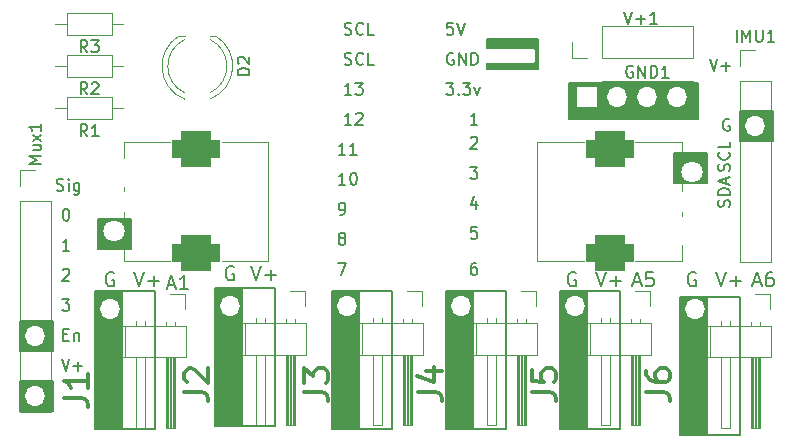
<source format=gto>
G04 #@! TF.GenerationSoftware,KiCad,Pcbnew,7.0.5-0*
G04 #@! TF.CreationDate,2024-06-20T00:37:07-04:00*
G04 #@! TF.ProjectId,ESP32_MIDI,45535033-325f-44d4-9944-492e6b696361,rev?*
G04 #@! TF.SameCoordinates,Original*
G04 #@! TF.FileFunction,Legend,Top*
G04 #@! TF.FilePolarity,Positive*
%FSLAX46Y46*%
G04 Gerber Fmt 4.6, Leading zero omitted, Abs format (unit mm)*
G04 Created by KiCad (PCBNEW 7.0.5-0) date 2024-06-20 00:37:07*
%MOMM*%
%LPD*%
G01*
G04 APERTURE LIST*
G04 Aperture macros list*
%AMRoundRect*
0 Rectangle with rounded corners*
0 $1 Rounding radius*
0 $2 $3 $4 $5 $6 $7 $8 $9 X,Y pos of 4 corners*
0 Add a 4 corners polygon primitive as box body*
4,1,4,$2,$3,$4,$5,$6,$7,$8,$9,$2,$3,0*
0 Add four circle primitives for the rounded corners*
1,1,$1+$1,$2,$3*
1,1,$1+$1,$4,$5*
1,1,$1+$1,$6,$7*
1,1,$1+$1,$8,$9*
0 Add four rect primitives between the rounded corners*
20,1,$1+$1,$2,$3,$4,$5,0*
20,1,$1+$1,$4,$5,$6,$7,0*
20,1,$1+$1,$6,$7,$8,$9,0*
20,1,$1+$1,$8,$9,$2,$3,0*%
%AMFreePoly0*
4,1,25,0.515063,3.095106,0.530902,3.095106,0.543715,3.085796,0.558779,3.080902,0.568088,3.068088,0.580902,3.058779,0.585796,3.043715,0.595106,3.030902,0.595106,3.015062,0.600000,3.000000,0.600000,-1.000000,-0.600000,-1.000000,-0.600000,3.000000,-0.595106,3.015062,-0.595106,3.030902,-0.585796,3.043715,-0.580902,3.058779,-0.568088,3.068088,-0.558779,3.080902,-0.543715,3.085796,
-0.530902,3.095106,-0.515063,3.095106,-0.500000,3.100000,0.500000,3.100000,0.515063,3.095106,0.515063,3.095106,$1*%
G04 Aperture macros list end*
%ADD10C,0.150000*%
%ADD11C,0.200000*%
%ADD12C,0.300000*%
%ADD13C,0.120000*%
%ADD14C,3.200000*%
%ADD15R,1.700000X1.700000*%
%ADD16O,1.700000X1.700000*%
%ADD17C,1.400000*%
%ADD18O,1.400000X1.400000*%
%ADD19R,1.800000X1.800000*%
%ADD20C,1.800000*%
%ADD21FreePoly0,270.000000*%
%ADD22FreePoly0,90.000000*%
%ADD23RoundRect,0.750000X1.250000X0.750000X-1.250000X0.750000X-1.250000X-0.750000X1.250000X-0.750000X0*%
%ADD24RoundRect,0.750000X-1.250000X-0.750000X1.250000X-0.750000X1.250000X0.750000X-1.250000X0.750000X0*%
G04 APERTURE END LIST*
D10*
X156721350Y-51701819D02*
X156530874Y-51701819D01*
X156530874Y-51701819D02*
X156435636Y-51749438D01*
X156435636Y-51749438D02*
X156388017Y-51797057D01*
X156388017Y-51797057D02*
X156292779Y-51939914D01*
X156292779Y-51939914D02*
X156245160Y-52130390D01*
X156245160Y-52130390D02*
X156245160Y-52511342D01*
X156245160Y-52511342D02*
X156292779Y-52606580D01*
X156292779Y-52606580D02*
X156340398Y-52654200D01*
X156340398Y-52654200D02*
X156435636Y-52701819D01*
X156435636Y-52701819D02*
X156626112Y-52701819D01*
X156626112Y-52701819D02*
X156721350Y-52654200D01*
X156721350Y-52654200D02*
X156768969Y-52606580D01*
X156768969Y-52606580D02*
X156816588Y-52511342D01*
X156816588Y-52511342D02*
X156816588Y-52273247D01*
X156816588Y-52273247D02*
X156768969Y-52178009D01*
X156768969Y-52178009D02*
X156721350Y-52130390D01*
X156721350Y-52130390D02*
X156626112Y-52082771D01*
X156626112Y-52082771D02*
X156435636Y-52082771D01*
X156435636Y-52082771D02*
X156340398Y-52130390D01*
X156340398Y-52130390D02*
X156292779Y-52178009D01*
X156292779Y-52178009D02*
X156245160Y-52273247D01*
X145021541Y-51701819D02*
X145688207Y-51701819D01*
X145688207Y-51701819D02*
X145259636Y-52701819D01*
X156721350Y-46447152D02*
X156721350Y-47113819D01*
X156483255Y-46066200D02*
X156245160Y-46780485D01*
X156245160Y-46780485D02*
X156864207Y-46780485D01*
X156245160Y-41129057D02*
X156292779Y-41081438D01*
X156292779Y-41081438D02*
X156388017Y-41033819D01*
X156388017Y-41033819D02*
X156626112Y-41033819D01*
X156626112Y-41033819D02*
X156721350Y-41081438D01*
X156721350Y-41081438D02*
X156768969Y-41129057D01*
X156768969Y-41129057D02*
X156816588Y-41224295D01*
X156816588Y-41224295D02*
X156816588Y-41319533D01*
X156816588Y-41319533D02*
X156768969Y-41462390D01*
X156768969Y-41462390D02*
X156197541Y-42033819D01*
X156197541Y-42033819D02*
X156816588Y-42033819D01*
X156768969Y-48653819D02*
X156292779Y-48653819D01*
X156292779Y-48653819D02*
X156245160Y-49130009D01*
X156245160Y-49130009D02*
X156292779Y-49082390D01*
X156292779Y-49082390D02*
X156388017Y-49034771D01*
X156388017Y-49034771D02*
X156626112Y-49034771D01*
X156626112Y-49034771D02*
X156721350Y-49082390D01*
X156721350Y-49082390D02*
X156768969Y-49130009D01*
X156768969Y-49130009D02*
X156816588Y-49225247D01*
X156816588Y-49225247D02*
X156816588Y-49463342D01*
X156816588Y-49463342D02*
X156768969Y-49558580D01*
X156768969Y-49558580D02*
X156721350Y-49606200D01*
X156721350Y-49606200D02*
X156626112Y-49653819D01*
X156626112Y-49653819D02*
X156388017Y-49653819D01*
X156388017Y-49653819D02*
X156292779Y-49606200D01*
X156292779Y-49606200D02*
X156245160Y-49558580D01*
X156197541Y-43573819D02*
X156816588Y-43573819D01*
X156816588Y-43573819D02*
X156483255Y-43954771D01*
X156483255Y-43954771D02*
X156626112Y-43954771D01*
X156626112Y-43954771D02*
X156721350Y-44002390D01*
X156721350Y-44002390D02*
X156768969Y-44050009D01*
X156768969Y-44050009D02*
X156816588Y-44145247D01*
X156816588Y-44145247D02*
X156816588Y-44383342D01*
X156816588Y-44383342D02*
X156768969Y-44478580D01*
X156768969Y-44478580D02*
X156721350Y-44526200D01*
X156721350Y-44526200D02*
X156626112Y-44573819D01*
X156626112Y-44573819D02*
X156340398Y-44573819D01*
X156340398Y-44573819D02*
X156245160Y-44526200D01*
X156245160Y-44526200D02*
X156197541Y-44478580D01*
X154165541Y-36461819D02*
X154784588Y-36461819D01*
X154784588Y-36461819D02*
X154451255Y-36842771D01*
X154451255Y-36842771D02*
X154594112Y-36842771D01*
X154594112Y-36842771D02*
X154689350Y-36890390D01*
X154689350Y-36890390D02*
X154736969Y-36938009D01*
X154736969Y-36938009D02*
X154784588Y-37033247D01*
X154784588Y-37033247D02*
X154784588Y-37271342D01*
X154784588Y-37271342D02*
X154736969Y-37366580D01*
X154736969Y-37366580D02*
X154689350Y-37414200D01*
X154689350Y-37414200D02*
X154594112Y-37461819D01*
X154594112Y-37461819D02*
X154308398Y-37461819D01*
X154308398Y-37461819D02*
X154213160Y-37414200D01*
X154213160Y-37414200D02*
X154165541Y-37366580D01*
X155213160Y-37366580D02*
X155260779Y-37414200D01*
X155260779Y-37414200D02*
X155213160Y-37461819D01*
X155213160Y-37461819D02*
X155165541Y-37414200D01*
X155165541Y-37414200D02*
X155213160Y-37366580D01*
X155213160Y-37366580D02*
X155213160Y-37461819D01*
X155594112Y-36461819D02*
X156213159Y-36461819D01*
X156213159Y-36461819D02*
X155879826Y-36842771D01*
X155879826Y-36842771D02*
X156022683Y-36842771D01*
X156022683Y-36842771D02*
X156117921Y-36890390D01*
X156117921Y-36890390D02*
X156165540Y-36938009D01*
X156165540Y-36938009D02*
X156213159Y-37033247D01*
X156213159Y-37033247D02*
X156213159Y-37271342D01*
X156213159Y-37271342D02*
X156165540Y-37366580D01*
X156165540Y-37366580D02*
X156117921Y-37414200D01*
X156117921Y-37414200D02*
X156022683Y-37461819D01*
X156022683Y-37461819D02*
X155736969Y-37461819D01*
X155736969Y-37461819D02*
X155641731Y-37414200D01*
X155641731Y-37414200D02*
X155594112Y-37366580D01*
X156546493Y-36795152D02*
X156784588Y-37461819D01*
X156784588Y-37461819D02*
X157022683Y-36795152D01*
X154736969Y-31381819D02*
X154260779Y-31381819D01*
X154260779Y-31381819D02*
X154213160Y-31858009D01*
X154213160Y-31858009D02*
X154260779Y-31810390D01*
X154260779Y-31810390D02*
X154356017Y-31762771D01*
X154356017Y-31762771D02*
X154594112Y-31762771D01*
X154594112Y-31762771D02*
X154689350Y-31810390D01*
X154689350Y-31810390D02*
X154736969Y-31858009D01*
X154736969Y-31858009D02*
X154784588Y-31953247D01*
X154784588Y-31953247D02*
X154784588Y-32191342D01*
X154784588Y-32191342D02*
X154736969Y-32286580D01*
X154736969Y-32286580D02*
X154689350Y-32334200D01*
X154689350Y-32334200D02*
X154594112Y-32381819D01*
X154594112Y-32381819D02*
X154356017Y-32381819D01*
X154356017Y-32381819D02*
X154260779Y-32334200D01*
X154260779Y-32334200D02*
X154213160Y-32286580D01*
X155070303Y-31381819D02*
X155403636Y-32381819D01*
X155403636Y-32381819D02*
X155736969Y-31381819D01*
X156816588Y-40001819D02*
X156245160Y-40001819D01*
X156530874Y-40001819D02*
X156530874Y-39001819D01*
X156530874Y-39001819D02*
X156435636Y-39144676D01*
X156435636Y-39144676D02*
X156340398Y-39239914D01*
X156340398Y-39239914D02*
X156245160Y-39287533D01*
X154784588Y-33969438D02*
X154689350Y-33921819D01*
X154689350Y-33921819D02*
X154546493Y-33921819D01*
X154546493Y-33921819D02*
X154403636Y-33969438D01*
X154403636Y-33969438D02*
X154308398Y-34064676D01*
X154308398Y-34064676D02*
X154260779Y-34159914D01*
X154260779Y-34159914D02*
X154213160Y-34350390D01*
X154213160Y-34350390D02*
X154213160Y-34493247D01*
X154213160Y-34493247D02*
X154260779Y-34683723D01*
X154260779Y-34683723D02*
X154308398Y-34778961D01*
X154308398Y-34778961D02*
X154403636Y-34874200D01*
X154403636Y-34874200D02*
X154546493Y-34921819D01*
X154546493Y-34921819D02*
X154641731Y-34921819D01*
X154641731Y-34921819D02*
X154784588Y-34874200D01*
X154784588Y-34874200D02*
X154832207Y-34826580D01*
X154832207Y-34826580D02*
X154832207Y-34493247D01*
X154832207Y-34493247D02*
X154641731Y-34493247D01*
X155260779Y-34921819D02*
X155260779Y-33921819D01*
X155260779Y-33921819D02*
X155832207Y-34921819D01*
X155832207Y-34921819D02*
X155832207Y-33921819D01*
X156308398Y-34921819D02*
X156308398Y-33921819D01*
X156308398Y-33921819D02*
X156546493Y-33921819D01*
X156546493Y-33921819D02*
X156689350Y-33969438D01*
X156689350Y-33969438D02*
X156784588Y-34064676D01*
X156784588Y-34064676D02*
X156832207Y-34159914D01*
X156832207Y-34159914D02*
X156879826Y-34350390D01*
X156879826Y-34350390D02*
X156879826Y-34493247D01*
X156879826Y-34493247D02*
X156832207Y-34683723D01*
X156832207Y-34683723D02*
X156784588Y-34778961D01*
X156784588Y-34778961D02*
X156689350Y-34874200D01*
X156689350Y-34874200D02*
X156546493Y-34921819D01*
X156546493Y-34921819D02*
X156308398Y-34921819D01*
X145164398Y-47621819D02*
X145354874Y-47621819D01*
X145354874Y-47621819D02*
X145450112Y-47574200D01*
X145450112Y-47574200D02*
X145497731Y-47526580D01*
X145497731Y-47526580D02*
X145592969Y-47383723D01*
X145592969Y-47383723D02*
X145640588Y-47193247D01*
X145640588Y-47193247D02*
X145640588Y-46812295D01*
X145640588Y-46812295D02*
X145592969Y-46717057D01*
X145592969Y-46717057D02*
X145545350Y-46669438D01*
X145545350Y-46669438D02*
X145450112Y-46621819D01*
X145450112Y-46621819D02*
X145259636Y-46621819D01*
X145259636Y-46621819D02*
X145164398Y-46669438D01*
X145164398Y-46669438D02*
X145116779Y-46717057D01*
X145116779Y-46717057D02*
X145069160Y-46812295D01*
X145069160Y-46812295D02*
X145069160Y-47050390D01*
X145069160Y-47050390D02*
X145116779Y-47145628D01*
X145116779Y-47145628D02*
X145164398Y-47193247D01*
X145164398Y-47193247D02*
X145259636Y-47240866D01*
X145259636Y-47240866D02*
X145450112Y-47240866D01*
X145450112Y-47240866D02*
X145545350Y-47193247D01*
X145545350Y-47193247D02*
X145592969Y-47145628D01*
X145592969Y-47145628D02*
X145640588Y-47050390D01*
X145640588Y-42541819D02*
X145069160Y-42541819D01*
X145354874Y-42541819D02*
X145354874Y-41541819D01*
X145354874Y-41541819D02*
X145259636Y-41684676D01*
X145259636Y-41684676D02*
X145164398Y-41779914D01*
X145164398Y-41779914D02*
X145069160Y-41827533D01*
X146592969Y-42541819D02*
X146021541Y-42541819D01*
X146307255Y-42541819D02*
X146307255Y-41541819D01*
X146307255Y-41541819D02*
X146212017Y-41684676D01*
X146212017Y-41684676D02*
X146116779Y-41779914D01*
X146116779Y-41779914D02*
X146021541Y-41827533D01*
X145259636Y-49590390D02*
X145164398Y-49542771D01*
X145164398Y-49542771D02*
X145116779Y-49495152D01*
X145116779Y-49495152D02*
X145069160Y-49399914D01*
X145069160Y-49399914D02*
X145069160Y-49352295D01*
X145069160Y-49352295D02*
X145116779Y-49257057D01*
X145116779Y-49257057D02*
X145164398Y-49209438D01*
X145164398Y-49209438D02*
X145259636Y-49161819D01*
X145259636Y-49161819D02*
X145450112Y-49161819D01*
X145450112Y-49161819D02*
X145545350Y-49209438D01*
X145545350Y-49209438D02*
X145592969Y-49257057D01*
X145592969Y-49257057D02*
X145640588Y-49352295D01*
X145640588Y-49352295D02*
X145640588Y-49399914D01*
X145640588Y-49399914D02*
X145592969Y-49495152D01*
X145592969Y-49495152D02*
X145545350Y-49542771D01*
X145545350Y-49542771D02*
X145450112Y-49590390D01*
X145450112Y-49590390D02*
X145259636Y-49590390D01*
X145259636Y-49590390D02*
X145164398Y-49638009D01*
X145164398Y-49638009D02*
X145116779Y-49685628D01*
X145116779Y-49685628D02*
X145069160Y-49780866D01*
X145069160Y-49780866D02*
X145069160Y-49971342D01*
X145069160Y-49971342D02*
X145116779Y-50066580D01*
X145116779Y-50066580D02*
X145164398Y-50114200D01*
X145164398Y-50114200D02*
X145259636Y-50161819D01*
X145259636Y-50161819D02*
X145450112Y-50161819D01*
X145450112Y-50161819D02*
X145545350Y-50114200D01*
X145545350Y-50114200D02*
X145592969Y-50066580D01*
X145592969Y-50066580D02*
X145640588Y-49971342D01*
X145640588Y-49971342D02*
X145640588Y-49780866D01*
X145640588Y-49780866D02*
X145592969Y-49685628D01*
X145592969Y-49685628D02*
X145545350Y-49638009D01*
X145545350Y-49638009D02*
X145450112Y-49590390D01*
X145640588Y-45081819D02*
X145069160Y-45081819D01*
X145354874Y-45081819D02*
X145354874Y-44081819D01*
X145354874Y-44081819D02*
X145259636Y-44224676D01*
X145259636Y-44224676D02*
X145164398Y-44319914D01*
X145164398Y-44319914D02*
X145069160Y-44367533D01*
X146259636Y-44081819D02*
X146354874Y-44081819D01*
X146354874Y-44081819D02*
X146450112Y-44129438D01*
X146450112Y-44129438D02*
X146497731Y-44177057D01*
X146497731Y-44177057D02*
X146545350Y-44272295D01*
X146545350Y-44272295D02*
X146592969Y-44462771D01*
X146592969Y-44462771D02*
X146592969Y-44700866D01*
X146592969Y-44700866D02*
X146545350Y-44891342D01*
X146545350Y-44891342D02*
X146497731Y-44986580D01*
X146497731Y-44986580D02*
X146450112Y-45034200D01*
X146450112Y-45034200D02*
X146354874Y-45081819D01*
X146354874Y-45081819D02*
X146259636Y-45081819D01*
X146259636Y-45081819D02*
X146164398Y-45034200D01*
X146164398Y-45034200D02*
X146116779Y-44986580D01*
X146116779Y-44986580D02*
X146069160Y-44891342D01*
X146069160Y-44891342D02*
X146021541Y-44700866D01*
X146021541Y-44700866D02*
X146021541Y-44462771D01*
X146021541Y-44462771D02*
X146069160Y-44272295D01*
X146069160Y-44272295D02*
X146116779Y-44177057D01*
X146116779Y-44177057D02*
X146164398Y-44129438D01*
X146164398Y-44129438D02*
X146259636Y-44081819D01*
X146148588Y-40001819D02*
X145577160Y-40001819D01*
X145862874Y-40001819D02*
X145862874Y-39001819D01*
X145862874Y-39001819D02*
X145767636Y-39144676D01*
X145767636Y-39144676D02*
X145672398Y-39239914D01*
X145672398Y-39239914D02*
X145577160Y-39287533D01*
X146529541Y-39097057D02*
X146577160Y-39049438D01*
X146577160Y-39049438D02*
X146672398Y-39001819D01*
X146672398Y-39001819D02*
X146910493Y-39001819D01*
X146910493Y-39001819D02*
X147005731Y-39049438D01*
X147005731Y-39049438D02*
X147053350Y-39097057D01*
X147053350Y-39097057D02*
X147100969Y-39192295D01*
X147100969Y-39192295D02*
X147100969Y-39287533D01*
X147100969Y-39287533D02*
X147053350Y-39430390D01*
X147053350Y-39430390D02*
X146481922Y-40001819D01*
X146481922Y-40001819D02*
X147100969Y-40001819D01*
X146148588Y-37461819D02*
X145577160Y-37461819D01*
X145862874Y-37461819D02*
X145862874Y-36461819D01*
X145862874Y-36461819D02*
X145767636Y-36604676D01*
X145767636Y-36604676D02*
X145672398Y-36699914D01*
X145672398Y-36699914D02*
X145577160Y-36747533D01*
X146481922Y-36461819D02*
X147100969Y-36461819D01*
X147100969Y-36461819D02*
X146767636Y-36842771D01*
X146767636Y-36842771D02*
X146910493Y-36842771D01*
X146910493Y-36842771D02*
X147005731Y-36890390D01*
X147005731Y-36890390D02*
X147053350Y-36938009D01*
X147053350Y-36938009D02*
X147100969Y-37033247D01*
X147100969Y-37033247D02*
X147100969Y-37271342D01*
X147100969Y-37271342D02*
X147053350Y-37366580D01*
X147053350Y-37366580D02*
X147005731Y-37414200D01*
X147005731Y-37414200D02*
X146910493Y-37461819D01*
X146910493Y-37461819D02*
X146624779Y-37461819D01*
X146624779Y-37461819D02*
X146529541Y-37414200D01*
X146529541Y-37414200D02*
X146481922Y-37366580D01*
X145577160Y-34874200D02*
X145720017Y-34921819D01*
X145720017Y-34921819D02*
X145958112Y-34921819D01*
X145958112Y-34921819D02*
X146053350Y-34874200D01*
X146053350Y-34874200D02*
X146100969Y-34826580D01*
X146100969Y-34826580D02*
X146148588Y-34731342D01*
X146148588Y-34731342D02*
X146148588Y-34636104D01*
X146148588Y-34636104D02*
X146100969Y-34540866D01*
X146100969Y-34540866D02*
X146053350Y-34493247D01*
X146053350Y-34493247D02*
X145958112Y-34445628D01*
X145958112Y-34445628D02*
X145767636Y-34398009D01*
X145767636Y-34398009D02*
X145672398Y-34350390D01*
X145672398Y-34350390D02*
X145624779Y-34302771D01*
X145624779Y-34302771D02*
X145577160Y-34207533D01*
X145577160Y-34207533D02*
X145577160Y-34112295D01*
X145577160Y-34112295D02*
X145624779Y-34017057D01*
X145624779Y-34017057D02*
X145672398Y-33969438D01*
X145672398Y-33969438D02*
X145767636Y-33921819D01*
X145767636Y-33921819D02*
X146005731Y-33921819D01*
X146005731Y-33921819D02*
X146148588Y-33969438D01*
X147148588Y-34826580D02*
X147100969Y-34874200D01*
X147100969Y-34874200D02*
X146958112Y-34921819D01*
X146958112Y-34921819D02*
X146862874Y-34921819D01*
X146862874Y-34921819D02*
X146720017Y-34874200D01*
X146720017Y-34874200D02*
X146624779Y-34778961D01*
X146624779Y-34778961D02*
X146577160Y-34683723D01*
X146577160Y-34683723D02*
X146529541Y-34493247D01*
X146529541Y-34493247D02*
X146529541Y-34350390D01*
X146529541Y-34350390D02*
X146577160Y-34159914D01*
X146577160Y-34159914D02*
X146624779Y-34064676D01*
X146624779Y-34064676D02*
X146720017Y-33969438D01*
X146720017Y-33969438D02*
X146862874Y-33921819D01*
X146862874Y-33921819D02*
X146958112Y-33921819D01*
X146958112Y-33921819D02*
X147100969Y-33969438D01*
X147100969Y-33969438D02*
X147148588Y-34017057D01*
X148053350Y-34921819D02*
X147577160Y-34921819D01*
X147577160Y-34921819D02*
X147577160Y-33921819D01*
X145577160Y-32334200D02*
X145720017Y-32381819D01*
X145720017Y-32381819D02*
X145958112Y-32381819D01*
X145958112Y-32381819D02*
X146053350Y-32334200D01*
X146053350Y-32334200D02*
X146100969Y-32286580D01*
X146100969Y-32286580D02*
X146148588Y-32191342D01*
X146148588Y-32191342D02*
X146148588Y-32096104D01*
X146148588Y-32096104D02*
X146100969Y-32000866D01*
X146100969Y-32000866D02*
X146053350Y-31953247D01*
X146053350Y-31953247D02*
X145958112Y-31905628D01*
X145958112Y-31905628D02*
X145767636Y-31858009D01*
X145767636Y-31858009D02*
X145672398Y-31810390D01*
X145672398Y-31810390D02*
X145624779Y-31762771D01*
X145624779Y-31762771D02*
X145577160Y-31667533D01*
X145577160Y-31667533D02*
X145577160Y-31572295D01*
X145577160Y-31572295D02*
X145624779Y-31477057D01*
X145624779Y-31477057D02*
X145672398Y-31429438D01*
X145672398Y-31429438D02*
X145767636Y-31381819D01*
X145767636Y-31381819D02*
X146005731Y-31381819D01*
X146005731Y-31381819D02*
X146148588Y-31429438D01*
X147148588Y-32286580D02*
X147100969Y-32334200D01*
X147100969Y-32334200D02*
X146958112Y-32381819D01*
X146958112Y-32381819D02*
X146862874Y-32381819D01*
X146862874Y-32381819D02*
X146720017Y-32334200D01*
X146720017Y-32334200D02*
X146624779Y-32238961D01*
X146624779Y-32238961D02*
X146577160Y-32143723D01*
X146577160Y-32143723D02*
X146529541Y-31953247D01*
X146529541Y-31953247D02*
X146529541Y-31810390D01*
X146529541Y-31810390D02*
X146577160Y-31619914D01*
X146577160Y-31619914D02*
X146624779Y-31524676D01*
X146624779Y-31524676D02*
X146720017Y-31429438D01*
X146720017Y-31429438D02*
X146862874Y-31381819D01*
X146862874Y-31381819D02*
X146958112Y-31381819D01*
X146958112Y-31381819D02*
X147100969Y-31429438D01*
X147100969Y-31429438D02*
X147148588Y-31477057D01*
X148053350Y-32381819D02*
X147577160Y-32381819D01*
X147577160Y-32381819D02*
X147577160Y-31381819D01*
D11*
X164592000Y-36460000D02*
X175514000Y-36460000D01*
X175514000Y-39508000D01*
X164592000Y-39508000D01*
X164592000Y-36460000D01*
G36*
X164592000Y-36460000D02*
G01*
X175514000Y-36460000D01*
X175514000Y-39508000D01*
X164592000Y-39508000D01*
X164592000Y-36460000D01*
G37*
D10*
X178130200Y-46954839D02*
X178177819Y-46811982D01*
X178177819Y-46811982D02*
X178177819Y-46573887D01*
X178177819Y-46573887D02*
X178130200Y-46478649D01*
X178130200Y-46478649D02*
X178082580Y-46431030D01*
X178082580Y-46431030D02*
X177987342Y-46383411D01*
X177987342Y-46383411D02*
X177892104Y-46383411D01*
X177892104Y-46383411D02*
X177796866Y-46431030D01*
X177796866Y-46431030D02*
X177749247Y-46478649D01*
X177749247Y-46478649D02*
X177701628Y-46573887D01*
X177701628Y-46573887D02*
X177654009Y-46764363D01*
X177654009Y-46764363D02*
X177606390Y-46859601D01*
X177606390Y-46859601D02*
X177558771Y-46907220D01*
X177558771Y-46907220D02*
X177463533Y-46954839D01*
X177463533Y-46954839D02*
X177368295Y-46954839D01*
X177368295Y-46954839D02*
X177273057Y-46907220D01*
X177273057Y-46907220D02*
X177225438Y-46859601D01*
X177225438Y-46859601D02*
X177177819Y-46764363D01*
X177177819Y-46764363D02*
X177177819Y-46526268D01*
X177177819Y-46526268D02*
X177225438Y-46383411D01*
X178177819Y-45954839D02*
X177177819Y-45954839D01*
X177177819Y-45954839D02*
X177177819Y-45716744D01*
X177177819Y-45716744D02*
X177225438Y-45573887D01*
X177225438Y-45573887D02*
X177320676Y-45478649D01*
X177320676Y-45478649D02*
X177415914Y-45431030D01*
X177415914Y-45431030D02*
X177606390Y-45383411D01*
X177606390Y-45383411D02*
X177749247Y-45383411D01*
X177749247Y-45383411D02*
X177939723Y-45431030D01*
X177939723Y-45431030D02*
X178034961Y-45478649D01*
X178034961Y-45478649D02*
X178130200Y-45573887D01*
X178130200Y-45573887D02*
X178177819Y-45716744D01*
X178177819Y-45716744D02*
X178177819Y-45954839D01*
X177892104Y-45002458D02*
X177892104Y-44526268D01*
X178177819Y-45097696D02*
X177177819Y-44764363D01*
X177177819Y-44764363D02*
X178177819Y-44431030D01*
X178130200Y-43906839D02*
X178177819Y-43763982D01*
X178177819Y-43763982D02*
X178177819Y-43525887D01*
X178177819Y-43525887D02*
X178130200Y-43430649D01*
X178130200Y-43430649D02*
X178082580Y-43383030D01*
X178082580Y-43383030D02*
X177987342Y-43335411D01*
X177987342Y-43335411D02*
X177892104Y-43335411D01*
X177892104Y-43335411D02*
X177796866Y-43383030D01*
X177796866Y-43383030D02*
X177749247Y-43430649D01*
X177749247Y-43430649D02*
X177701628Y-43525887D01*
X177701628Y-43525887D02*
X177654009Y-43716363D01*
X177654009Y-43716363D02*
X177606390Y-43811601D01*
X177606390Y-43811601D02*
X177558771Y-43859220D01*
X177558771Y-43859220D02*
X177463533Y-43906839D01*
X177463533Y-43906839D02*
X177368295Y-43906839D01*
X177368295Y-43906839D02*
X177273057Y-43859220D01*
X177273057Y-43859220D02*
X177225438Y-43811601D01*
X177225438Y-43811601D02*
X177177819Y-43716363D01*
X177177819Y-43716363D02*
X177177819Y-43478268D01*
X177177819Y-43478268D02*
X177225438Y-43335411D01*
X178082580Y-42335411D02*
X178130200Y-42383030D01*
X178130200Y-42383030D02*
X178177819Y-42525887D01*
X178177819Y-42525887D02*
X178177819Y-42621125D01*
X178177819Y-42621125D02*
X178130200Y-42763982D01*
X178130200Y-42763982D02*
X178034961Y-42859220D01*
X178034961Y-42859220D02*
X177939723Y-42906839D01*
X177939723Y-42906839D02*
X177749247Y-42954458D01*
X177749247Y-42954458D02*
X177606390Y-42954458D01*
X177606390Y-42954458D02*
X177415914Y-42906839D01*
X177415914Y-42906839D02*
X177320676Y-42859220D01*
X177320676Y-42859220D02*
X177225438Y-42763982D01*
X177225438Y-42763982D02*
X177177819Y-42621125D01*
X177177819Y-42621125D02*
X177177819Y-42525887D01*
X177177819Y-42525887D02*
X177225438Y-42383030D01*
X177225438Y-42383030D02*
X177273057Y-42335411D01*
X178177819Y-41430649D02*
X178177819Y-41906839D01*
X178177819Y-41906839D02*
X177177819Y-41906839D01*
X178152588Y-39557438D02*
X178057350Y-39509819D01*
X178057350Y-39509819D02*
X177914493Y-39509819D01*
X177914493Y-39509819D02*
X177771636Y-39557438D01*
X177771636Y-39557438D02*
X177676398Y-39652676D01*
X177676398Y-39652676D02*
X177628779Y-39747914D01*
X177628779Y-39747914D02*
X177581160Y-39938390D01*
X177581160Y-39938390D02*
X177581160Y-40081247D01*
X177581160Y-40081247D02*
X177628779Y-40271723D01*
X177628779Y-40271723D02*
X177676398Y-40366961D01*
X177676398Y-40366961D02*
X177771636Y-40462200D01*
X177771636Y-40462200D02*
X177914493Y-40509819D01*
X177914493Y-40509819D02*
X178009731Y-40509819D01*
X178009731Y-40509819D02*
X178152588Y-40462200D01*
X178152588Y-40462200D02*
X178200207Y-40414580D01*
X178200207Y-40414580D02*
X178200207Y-40081247D01*
X178200207Y-40081247D02*
X178009731Y-40081247D01*
X176469922Y-34429819D02*
X176803255Y-35429819D01*
X176803255Y-35429819D02*
X177136588Y-34429819D01*
X177469922Y-35048866D02*
X178231827Y-35048866D01*
X177850874Y-35429819D02*
X177850874Y-34667914D01*
X121605922Y-59829819D02*
X121939255Y-60829819D01*
X121939255Y-60829819D02*
X122272588Y-59829819D01*
X122605922Y-60448866D02*
X123367827Y-60448866D01*
X122986874Y-60829819D02*
X122986874Y-60067914D01*
X121748779Y-57766009D02*
X122082112Y-57766009D01*
X122224969Y-58289819D02*
X121748779Y-58289819D01*
X121748779Y-58289819D02*
X121748779Y-57289819D01*
X121748779Y-57289819D02*
X122224969Y-57289819D01*
X122653541Y-57623152D02*
X122653541Y-58289819D01*
X122653541Y-57718390D02*
X122701160Y-57670771D01*
X122701160Y-57670771D02*
X122796398Y-57623152D01*
X122796398Y-57623152D02*
X122939255Y-57623152D01*
X122939255Y-57623152D02*
X123034493Y-57670771D01*
X123034493Y-57670771D02*
X123082112Y-57766009D01*
X123082112Y-57766009D02*
X123082112Y-58289819D01*
X121653541Y-54749819D02*
X122272588Y-54749819D01*
X122272588Y-54749819D02*
X121939255Y-55130771D01*
X121939255Y-55130771D02*
X122082112Y-55130771D01*
X122082112Y-55130771D02*
X122177350Y-55178390D01*
X122177350Y-55178390D02*
X122224969Y-55226009D01*
X122224969Y-55226009D02*
X122272588Y-55321247D01*
X122272588Y-55321247D02*
X122272588Y-55559342D01*
X122272588Y-55559342D02*
X122224969Y-55654580D01*
X122224969Y-55654580D02*
X122177350Y-55702200D01*
X122177350Y-55702200D02*
X122082112Y-55749819D01*
X122082112Y-55749819D02*
X121796398Y-55749819D01*
X121796398Y-55749819D02*
X121701160Y-55702200D01*
X121701160Y-55702200D02*
X121653541Y-55654580D01*
X121701160Y-52305057D02*
X121748779Y-52257438D01*
X121748779Y-52257438D02*
X121844017Y-52209819D01*
X121844017Y-52209819D02*
X122082112Y-52209819D01*
X122082112Y-52209819D02*
X122177350Y-52257438D01*
X122177350Y-52257438D02*
X122224969Y-52305057D01*
X122224969Y-52305057D02*
X122272588Y-52400295D01*
X122272588Y-52400295D02*
X122272588Y-52495533D01*
X122272588Y-52495533D02*
X122224969Y-52638390D01*
X122224969Y-52638390D02*
X121653541Y-53209819D01*
X121653541Y-53209819D02*
X122272588Y-53209819D01*
X122272588Y-50669819D02*
X121701160Y-50669819D01*
X121986874Y-50669819D02*
X121986874Y-49669819D01*
X121986874Y-49669819D02*
X121891636Y-49812676D01*
X121891636Y-49812676D02*
X121796398Y-49907914D01*
X121796398Y-49907914D02*
X121701160Y-49955533D01*
X121939255Y-47129819D02*
X122034493Y-47129819D01*
X122034493Y-47129819D02*
X122129731Y-47177438D01*
X122129731Y-47177438D02*
X122177350Y-47225057D01*
X122177350Y-47225057D02*
X122224969Y-47320295D01*
X122224969Y-47320295D02*
X122272588Y-47510771D01*
X122272588Y-47510771D02*
X122272588Y-47748866D01*
X122272588Y-47748866D02*
X122224969Y-47939342D01*
X122224969Y-47939342D02*
X122177350Y-48034580D01*
X122177350Y-48034580D02*
X122129731Y-48082200D01*
X122129731Y-48082200D02*
X122034493Y-48129819D01*
X122034493Y-48129819D02*
X121939255Y-48129819D01*
X121939255Y-48129819D02*
X121844017Y-48082200D01*
X121844017Y-48082200D02*
X121796398Y-48034580D01*
X121796398Y-48034580D02*
X121748779Y-47939342D01*
X121748779Y-47939342D02*
X121701160Y-47748866D01*
X121701160Y-47748866D02*
X121701160Y-47510771D01*
X121701160Y-47510771D02*
X121748779Y-47320295D01*
X121748779Y-47320295D02*
X121796398Y-47225057D01*
X121796398Y-47225057D02*
X121844017Y-47177438D01*
X121844017Y-47177438D02*
X121939255Y-47129819D01*
X121193160Y-45542200D02*
X121336017Y-45589819D01*
X121336017Y-45589819D02*
X121574112Y-45589819D01*
X121574112Y-45589819D02*
X121669350Y-45542200D01*
X121669350Y-45542200D02*
X121716969Y-45494580D01*
X121716969Y-45494580D02*
X121764588Y-45399342D01*
X121764588Y-45399342D02*
X121764588Y-45304104D01*
X121764588Y-45304104D02*
X121716969Y-45208866D01*
X121716969Y-45208866D02*
X121669350Y-45161247D01*
X121669350Y-45161247D02*
X121574112Y-45113628D01*
X121574112Y-45113628D02*
X121383636Y-45066009D01*
X121383636Y-45066009D02*
X121288398Y-45018390D01*
X121288398Y-45018390D02*
X121240779Y-44970771D01*
X121240779Y-44970771D02*
X121193160Y-44875533D01*
X121193160Y-44875533D02*
X121193160Y-44780295D01*
X121193160Y-44780295D02*
X121240779Y-44685057D01*
X121240779Y-44685057D02*
X121288398Y-44637438D01*
X121288398Y-44637438D02*
X121383636Y-44589819D01*
X121383636Y-44589819D02*
X121621731Y-44589819D01*
X121621731Y-44589819D02*
X121764588Y-44637438D01*
X122193160Y-45589819D02*
X122193160Y-44923152D01*
X122193160Y-44589819D02*
X122145541Y-44637438D01*
X122145541Y-44637438D02*
X122193160Y-44685057D01*
X122193160Y-44685057D02*
X122240779Y-44637438D01*
X122240779Y-44637438D02*
X122193160Y-44589819D01*
X122193160Y-44589819D02*
X122193160Y-44685057D01*
X123097921Y-44923152D02*
X123097921Y-45732676D01*
X123097921Y-45732676D02*
X123050302Y-45827914D01*
X123050302Y-45827914D02*
X123002683Y-45875533D01*
X123002683Y-45875533D02*
X122907445Y-45923152D01*
X122907445Y-45923152D02*
X122764588Y-45923152D01*
X122764588Y-45923152D02*
X122669350Y-45875533D01*
X123097921Y-45542200D02*
X123002683Y-45589819D01*
X123002683Y-45589819D02*
X122812207Y-45589819D01*
X122812207Y-45589819D02*
X122716969Y-45542200D01*
X122716969Y-45542200D02*
X122669350Y-45494580D01*
X122669350Y-45494580D02*
X122621731Y-45399342D01*
X122621731Y-45399342D02*
X122621731Y-45113628D01*
X122621731Y-45113628D02*
X122669350Y-45018390D01*
X122669350Y-45018390D02*
X122716969Y-44970771D01*
X122716969Y-44970771D02*
X122812207Y-44923152D01*
X122812207Y-44923152D02*
X123002683Y-44923152D01*
X123002683Y-44923152D02*
X123097921Y-44970771D01*
D11*
X166869863Y-52490742D02*
X167269863Y-53690742D01*
X167269863Y-53690742D02*
X167669863Y-52490742D01*
X168069863Y-53233600D02*
X168984149Y-53233600D01*
X168527006Y-53690742D02*
X168527006Y-52776457D01*
X170032149Y-53347885D02*
X170603578Y-53347885D01*
X169917863Y-53690742D02*
X170317863Y-52490742D01*
X170317863Y-52490742D02*
X170717863Y-53690742D01*
X171689291Y-52490742D02*
X171117863Y-52490742D01*
X171117863Y-52490742D02*
X171060720Y-53062171D01*
X171060720Y-53062171D02*
X171117863Y-53005028D01*
X171117863Y-53005028D02*
X171232149Y-52947885D01*
X171232149Y-52947885D02*
X171517863Y-52947885D01*
X171517863Y-52947885D02*
X171632149Y-53005028D01*
X171632149Y-53005028D02*
X171689291Y-53062171D01*
X171689291Y-53062171D02*
X171746434Y-53176457D01*
X171746434Y-53176457D02*
X171746434Y-53462171D01*
X171746434Y-53462171D02*
X171689291Y-53576457D01*
X171689291Y-53576457D02*
X171632149Y-53633600D01*
X171632149Y-53633600D02*
X171517863Y-53690742D01*
X171517863Y-53690742D02*
X171232149Y-53690742D01*
X171232149Y-53690742D02*
X171117863Y-53633600D01*
X171117863Y-53633600D02*
X171060720Y-53576457D01*
X165129863Y-52547885D02*
X165015578Y-52490742D01*
X165015578Y-52490742D02*
X164844149Y-52490742D01*
X164844149Y-52490742D02*
X164672720Y-52547885D01*
X164672720Y-52547885D02*
X164558435Y-52662171D01*
X164558435Y-52662171D02*
X164501292Y-52776457D01*
X164501292Y-52776457D02*
X164444149Y-53005028D01*
X164444149Y-53005028D02*
X164444149Y-53176457D01*
X164444149Y-53176457D02*
X164501292Y-53405028D01*
X164501292Y-53405028D02*
X164558435Y-53519314D01*
X164558435Y-53519314D02*
X164672720Y-53633600D01*
X164672720Y-53633600D02*
X164844149Y-53690742D01*
X164844149Y-53690742D02*
X164958435Y-53690742D01*
X164958435Y-53690742D02*
X165129863Y-53633600D01*
X165129863Y-53633600D02*
X165187006Y-53576457D01*
X165187006Y-53576457D02*
X165187006Y-53176457D01*
X165187006Y-53176457D02*
X164958435Y-53176457D01*
X177029863Y-52490742D02*
X177429863Y-53690742D01*
X177429863Y-53690742D02*
X177829863Y-52490742D01*
X178229863Y-53233600D02*
X179144149Y-53233600D01*
X178687006Y-53690742D02*
X178687006Y-52776457D01*
X180192149Y-53347885D02*
X180763578Y-53347885D01*
X180077863Y-53690742D02*
X180477863Y-52490742D01*
X180477863Y-52490742D02*
X180877863Y-53690742D01*
X181792149Y-52490742D02*
X181563577Y-52490742D01*
X181563577Y-52490742D02*
X181449291Y-52547885D01*
X181449291Y-52547885D02*
X181392149Y-52605028D01*
X181392149Y-52605028D02*
X181277863Y-52776457D01*
X181277863Y-52776457D02*
X181220720Y-53005028D01*
X181220720Y-53005028D02*
X181220720Y-53462171D01*
X181220720Y-53462171D02*
X181277863Y-53576457D01*
X181277863Y-53576457D02*
X181335006Y-53633600D01*
X181335006Y-53633600D02*
X181449291Y-53690742D01*
X181449291Y-53690742D02*
X181677863Y-53690742D01*
X181677863Y-53690742D02*
X181792149Y-53633600D01*
X181792149Y-53633600D02*
X181849291Y-53576457D01*
X181849291Y-53576457D02*
X181906434Y-53462171D01*
X181906434Y-53462171D02*
X181906434Y-53176457D01*
X181906434Y-53176457D02*
X181849291Y-53062171D01*
X181849291Y-53062171D02*
X181792149Y-53005028D01*
X181792149Y-53005028D02*
X181677863Y-52947885D01*
X181677863Y-52947885D02*
X181449291Y-52947885D01*
X181449291Y-52947885D02*
X181335006Y-53005028D01*
X181335006Y-53005028D02*
X181277863Y-53062171D01*
X181277863Y-53062171D02*
X181220720Y-53176457D01*
X175289863Y-52547885D02*
X175175578Y-52490742D01*
X175175578Y-52490742D02*
X175004149Y-52490742D01*
X175004149Y-52490742D02*
X174832720Y-52547885D01*
X174832720Y-52547885D02*
X174718435Y-52662171D01*
X174718435Y-52662171D02*
X174661292Y-52776457D01*
X174661292Y-52776457D02*
X174604149Y-53005028D01*
X174604149Y-53005028D02*
X174604149Y-53176457D01*
X174604149Y-53176457D02*
X174661292Y-53405028D01*
X174661292Y-53405028D02*
X174718435Y-53519314D01*
X174718435Y-53519314D02*
X174832720Y-53633600D01*
X174832720Y-53633600D02*
X175004149Y-53690742D01*
X175004149Y-53690742D02*
X175118435Y-53690742D01*
X175118435Y-53690742D02*
X175289863Y-53633600D01*
X175289863Y-53633600D02*
X175347006Y-53576457D01*
X175347006Y-53576457D02*
X175347006Y-53176457D01*
X175347006Y-53176457D02*
X175118435Y-53176457D01*
X137659863Y-51982742D02*
X138059863Y-53182742D01*
X138059863Y-53182742D02*
X138459863Y-51982742D01*
X138859863Y-52725600D02*
X139774149Y-52725600D01*
X139317006Y-53182742D02*
X139317006Y-52268457D01*
X136173863Y-52039885D02*
X136059578Y-51982742D01*
X136059578Y-51982742D02*
X135888149Y-51982742D01*
X135888149Y-51982742D02*
X135716720Y-52039885D01*
X135716720Y-52039885D02*
X135602435Y-52154171D01*
X135602435Y-52154171D02*
X135545292Y-52268457D01*
X135545292Y-52268457D02*
X135488149Y-52497028D01*
X135488149Y-52497028D02*
X135488149Y-52668457D01*
X135488149Y-52668457D02*
X135545292Y-52897028D01*
X135545292Y-52897028D02*
X135602435Y-53011314D01*
X135602435Y-53011314D02*
X135716720Y-53125600D01*
X135716720Y-53125600D02*
X135888149Y-53182742D01*
X135888149Y-53182742D02*
X136002435Y-53182742D01*
X136002435Y-53182742D02*
X136173863Y-53125600D01*
X136173863Y-53125600D02*
X136231006Y-53068457D01*
X136231006Y-53068457D02*
X136231006Y-52668457D01*
X136231006Y-52668457D02*
X136002435Y-52668457D01*
X130604019Y-53584559D02*
X131175448Y-53584559D01*
X130489733Y-53927416D02*
X130889733Y-52727416D01*
X130889733Y-52727416D02*
X131289733Y-53927416D01*
X132318304Y-53927416D02*
X131632590Y-53927416D01*
X131975447Y-53927416D02*
X131975447Y-52727416D01*
X131975447Y-52727416D02*
X131861161Y-52898845D01*
X131861161Y-52898845D02*
X131746876Y-53013131D01*
X131746876Y-53013131D02*
X131632590Y-53070274D01*
X127753863Y-52490742D02*
X128153863Y-53690742D01*
X128153863Y-53690742D02*
X128553863Y-52490742D01*
X128953863Y-53233600D02*
X129868149Y-53233600D01*
X129411006Y-53690742D02*
X129411006Y-52776457D01*
X126013863Y-52547885D02*
X125899578Y-52490742D01*
X125899578Y-52490742D02*
X125728149Y-52490742D01*
X125728149Y-52490742D02*
X125556720Y-52547885D01*
X125556720Y-52547885D02*
X125442435Y-52662171D01*
X125442435Y-52662171D02*
X125385292Y-52776457D01*
X125385292Y-52776457D02*
X125328149Y-53005028D01*
X125328149Y-53005028D02*
X125328149Y-53176457D01*
X125328149Y-53176457D02*
X125385292Y-53405028D01*
X125385292Y-53405028D02*
X125442435Y-53519314D01*
X125442435Y-53519314D02*
X125556720Y-53633600D01*
X125556720Y-53633600D02*
X125728149Y-53690742D01*
X125728149Y-53690742D02*
X125842435Y-53690742D01*
X125842435Y-53690742D02*
X126013863Y-53633600D01*
X126013863Y-53633600D02*
X126071006Y-53576457D01*
X126071006Y-53576457D02*
X126071006Y-53176457D01*
X126071006Y-53176457D02*
X125842435Y-53176457D01*
X176276000Y-54610000D02*
X179070000Y-54610000D01*
X179070000Y-66294000D01*
X176276000Y-66294000D01*
X176276000Y-54610000D01*
X166116000Y-54102000D02*
X168910000Y-54102000D01*
X168910000Y-65786000D01*
X166116000Y-65786000D01*
X166116000Y-54102000D01*
X156464000Y-54102000D02*
X159258000Y-54102000D01*
X159258000Y-65786000D01*
X156464000Y-65786000D01*
X156464000Y-54102000D01*
X146812000Y-54102000D02*
X149606000Y-54102000D01*
X149606000Y-65786000D01*
X146812000Y-65786000D01*
X146812000Y-54102000D01*
X136906000Y-53848000D02*
X139700000Y-53848000D01*
X139700000Y-65532000D01*
X136906000Y-65532000D01*
X136906000Y-53848000D01*
X126746000Y-54102000D02*
X129540000Y-54102000D01*
X129540000Y-65786000D01*
X126746000Y-65786000D01*
X126746000Y-54102000D01*
X173990000Y-54610000D02*
X176276000Y-54610000D01*
X176276000Y-66294000D01*
X173990000Y-66294000D01*
X173990000Y-54610000D01*
G36*
X173990000Y-54610000D02*
G01*
X176276000Y-54610000D01*
X176276000Y-66294000D01*
X173990000Y-66294000D01*
X173990000Y-54610000D01*
G37*
X163830000Y-54102000D02*
X166116000Y-54102000D01*
X166116000Y-65786000D01*
X163830000Y-65786000D01*
X163830000Y-54102000D01*
G36*
X163830000Y-54102000D02*
G01*
X166116000Y-54102000D01*
X166116000Y-65786000D01*
X163830000Y-65786000D01*
X163830000Y-54102000D01*
G37*
X154178000Y-54102000D02*
X156464000Y-54102000D01*
X156464000Y-65786000D01*
X154178000Y-65786000D01*
X154178000Y-54102000D01*
G36*
X154178000Y-54102000D02*
G01*
X156464000Y-54102000D01*
X156464000Y-65786000D01*
X154178000Y-65786000D01*
X154178000Y-54102000D01*
G37*
X144526000Y-54102000D02*
X146812000Y-54102000D01*
X146812000Y-65786000D01*
X144526000Y-65786000D01*
X144526000Y-54102000D01*
G36*
X144526000Y-54102000D02*
G01*
X146812000Y-54102000D01*
X146812000Y-65786000D01*
X144526000Y-65786000D01*
X144526000Y-54102000D01*
G37*
X134620000Y-53848000D02*
X136906000Y-53848000D01*
X136906000Y-65532000D01*
X134620000Y-65532000D01*
X134620000Y-53848000D01*
G36*
X134620000Y-53848000D02*
G01*
X136906000Y-53848000D01*
X136906000Y-65532000D01*
X134620000Y-65532000D01*
X134620000Y-53848000D01*
G37*
X124460000Y-54102000D02*
X126746000Y-54102000D01*
X126746000Y-65786000D01*
X124460000Y-65786000D01*
X124460000Y-54102000D01*
G36*
X124460000Y-54102000D02*
G01*
X126746000Y-54102000D01*
X126746000Y-65786000D01*
X124460000Y-65786000D01*
X124460000Y-54102000D01*
G37*
X157607000Y-32766000D02*
X161925000Y-32766000D01*
X161925000Y-35306000D01*
X157607000Y-35306000D01*
X157607000Y-32766000D01*
G36*
X157607000Y-32766000D02*
G01*
X161925000Y-32766000D01*
X161925000Y-35306000D01*
X157607000Y-35306000D01*
X157607000Y-32766000D01*
G37*
X179070000Y-38862000D02*
X181864000Y-38862000D01*
X181864000Y-41402000D01*
X179070000Y-41402000D01*
X179070000Y-38862000D01*
G36*
X179070000Y-38862000D02*
G01*
X181864000Y-38862000D01*
X181864000Y-41402000D01*
X179070000Y-41402000D01*
X179070000Y-38862000D01*
G37*
X173482000Y-42418000D02*
X176276000Y-42418000D01*
X176276000Y-44958000D01*
X173482000Y-44958000D01*
X173482000Y-42418000D01*
G36*
X173482000Y-42418000D02*
G01*
X176276000Y-42418000D01*
X176276000Y-44958000D01*
X173482000Y-44958000D01*
X173482000Y-42418000D01*
G37*
X124714000Y-48006000D02*
X127508000Y-48006000D01*
X127508000Y-50546000D01*
X124714000Y-50546000D01*
X124714000Y-48006000D01*
G36*
X124714000Y-48006000D02*
G01*
X127508000Y-48006000D01*
X127508000Y-50546000D01*
X124714000Y-50546000D01*
X124714000Y-48006000D01*
G37*
X118110000Y-61722000D02*
X120904000Y-61722000D01*
X120904000Y-64262000D01*
X118110000Y-64262000D01*
X118110000Y-61722000D01*
G36*
X118110000Y-61722000D02*
G01*
X120904000Y-61722000D01*
X120904000Y-64262000D01*
X118110000Y-64262000D01*
X118110000Y-61722000D01*
G37*
X118110000Y-56642000D02*
X120904000Y-56642000D01*
X120904000Y-59182000D01*
X118110000Y-59182000D01*
X118110000Y-56642000D01*
G36*
X118110000Y-56642000D02*
G01*
X120904000Y-56642000D01*
X120904000Y-59182000D01*
X118110000Y-59182000D01*
X118110000Y-56642000D01*
G37*
D10*
X168188095Y-42754819D02*
X168188095Y-41754819D01*
X168188095Y-42231009D02*
X168759523Y-42231009D01*
X168759523Y-42754819D02*
X168759523Y-41754819D01*
X169188095Y-41850057D02*
X169235714Y-41802438D01*
X169235714Y-41802438D02*
X169330952Y-41754819D01*
X169330952Y-41754819D02*
X169569047Y-41754819D01*
X169569047Y-41754819D02*
X169664285Y-41802438D01*
X169664285Y-41802438D02*
X169711904Y-41850057D01*
X169711904Y-41850057D02*
X169759523Y-41945295D01*
X169759523Y-41945295D02*
X169759523Y-42040533D01*
X169759523Y-42040533D02*
X169711904Y-42183390D01*
X169711904Y-42183390D02*
X169140476Y-42754819D01*
X169140476Y-42754819D02*
X169759523Y-42754819D01*
X131288095Y-42754819D02*
X131288095Y-41754819D01*
X131288095Y-42231009D02*
X131859523Y-42231009D01*
X131859523Y-42754819D02*
X131859523Y-41754819D01*
X132859523Y-42754819D02*
X132288095Y-42754819D01*
X132573809Y-42754819D02*
X132573809Y-41754819D01*
X132573809Y-41754819D02*
X132478571Y-41897676D01*
X132478571Y-41897676D02*
X132383333Y-41992914D01*
X132383333Y-41992914D02*
X132288095Y-42040533D01*
X169259429Y-30442819D02*
X169592762Y-31442819D01*
X169592762Y-31442819D02*
X169926095Y-30442819D01*
X170259429Y-31061866D02*
X171021334Y-31061866D01*
X170640381Y-31442819D02*
X170640381Y-30680914D01*
X172021333Y-31442819D02*
X171449905Y-31442819D01*
X171735619Y-31442819D02*
X171735619Y-30442819D01*
X171735619Y-30442819D02*
X171640381Y-30585676D01*
X171640381Y-30585676D02*
X171545143Y-30680914D01*
X171545143Y-30680914D02*
X171449905Y-30728533D01*
X169957904Y-35062438D02*
X169862666Y-35014819D01*
X169862666Y-35014819D02*
X169719809Y-35014819D01*
X169719809Y-35014819D02*
X169576952Y-35062438D01*
X169576952Y-35062438D02*
X169481714Y-35157676D01*
X169481714Y-35157676D02*
X169434095Y-35252914D01*
X169434095Y-35252914D02*
X169386476Y-35443390D01*
X169386476Y-35443390D02*
X169386476Y-35586247D01*
X169386476Y-35586247D02*
X169434095Y-35776723D01*
X169434095Y-35776723D02*
X169481714Y-35871961D01*
X169481714Y-35871961D02*
X169576952Y-35967200D01*
X169576952Y-35967200D02*
X169719809Y-36014819D01*
X169719809Y-36014819D02*
X169815047Y-36014819D01*
X169815047Y-36014819D02*
X169957904Y-35967200D01*
X169957904Y-35967200D02*
X170005523Y-35919580D01*
X170005523Y-35919580D02*
X170005523Y-35586247D01*
X170005523Y-35586247D02*
X169815047Y-35586247D01*
X170434095Y-36014819D02*
X170434095Y-35014819D01*
X170434095Y-35014819D02*
X171005523Y-36014819D01*
X171005523Y-36014819D02*
X171005523Y-35014819D01*
X171481714Y-36014819D02*
X171481714Y-35014819D01*
X171481714Y-35014819D02*
X171719809Y-35014819D01*
X171719809Y-35014819D02*
X171862666Y-35062438D01*
X171862666Y-35062438D02*
X171957904Y-35157676D01*
X171957904Y-35157676D02*
X172005523Y-35252914D01*
X172005523Y-35252914D02*
X172053142Y-35443390D01*
X172053142Y-35443390D02*
X172053142Y-35586247D01*
X172053142Y-35586247D02*
X172005523Y-35776723D01*
X172005523Y-35776723D02*
X171957904Y-35871961D01*
X171957904Y-35871961D02*
X171862666Y-35967200D01*
X171862666Y-35967200D02*
X171719809Y-36014819D01*
X171719809Y-36014819D02*
X171481714Y-36014819D01*
X173005523Y-36014819D02*
X172434095Y-36014819D01*
X172719809Y-36014819D02*
X172719809Y-35014819D01*
X172719809Y-35014819D02*
X172624571Y-35157676D01*
X172624571Y-35157676D02*
X172529333Y-35252914D01*
X172529333Y-35252914D02*
X172434095Y-35300533D01*
X123785333Y-33870819D02*
X123452000Y-33394628D01*
X123213905Y-33870819D02*
X123213905Y-32870819D01*
X123213905Y-32870819D02*
X123594857Y-32870819D01*
X123594857Y-32870819D02*
X123690095Y-32918438D01*
X123690095Y-32918438D02*
X123737714Y-32966057D01*
X123737714Y-32966057D02*
X123785333Y-33061295D01*
X123785333Y-33061295D02*
X123785333Y-33204152D01*
X123785333Y-33204152D02*
X123737714Y-33299390D01*
X123737714Y-33299390D02*
X123690095Y-33347009D01*
X123690095Y-33347009D02*
X123594857Y-33394628D01*
X123594857Y-33394628D02*
X123213905Y-33394628D01*
X124118667Y-32870819D02*
X124737714Y-32870819D01*
X124737714Y-32870819D02*
X124404381Y-33251771D01*
X124404381Y-33251771D02*
X124547238Y-33251771D01*
X124547238Y-33251771D02*
X124642476Y-33299390D01*
X124642476Y-33299390D02*
X124690095Y-33347009D01*
X124690095Y-33347009D02*
X124737714Y-33442247D01*
X124737714Y-33442247D02*
X124737714Y-33680342D01*
X124737714Y-33680342D02*
X124690095Y-33775580D01*
X124690095Y-33775580D02*
X124642476Y-33823200D01*
X124642476Y-33823200D02*
X124547238Y-33870819D01*
X124547238Y-33870819D02*
X124261524Y-33870819D01*
X124261524Y-33870819D02*
X124166286Y-33823200D01*
X124166286Y-33823200D02*
X124118667Y-33775580D01*
X123785333Y-37426819D02*
X123452000Y-36950628D01*
X123213905Y-37426819D02*
X123213905Y-36426819D01*
X123213905Y-36426819D02*
X123594857Y-36426819D01*
X123594857Y-36426819D02*
X123690095Y-36474438D01*
X123690095Y-36474438D02*
X123737714Y-36522057D01*
X123737714Y-36522057D02*
X123785333Y-36617295D01*
X123785333Y-36617295D02*
X123785333Y-36760152D01*
X123785333Y-36760152D02*
X123737714Y-36855390D01*
X123737714Y-36855390D02*
X123690095Y-36903009D01*
X123690095Y-36903009D02*
X123594857Y-36950628D01*
X123594857Y-36950628D02*
X123213905Y-36950628D01*
X124166286Y-36522057D02*
X124213905Y-36474438D01*
X124213905Y-36474438D02*
X124309143Y-36426819D01*
X124309143Y-36426819D02*
X124547238Y-36426819D01*
X124547238Y-36426819D02*
X124642476Y-36474438D01*
X124642476Y-36474438D02*
X124690095Y-36522057D01*
X124690095Y-36522057D02*
X124737714Y-36617295D01*
X124737714Y-36617295D02*
X124737714Y-36712533D01*
X124737714Y-36712533D02*
X124690095Y-36855390D01*
X124690095Y-36855390D02*
X124118667Y-37426819D01*
X124118667Y-37426819D02*
X124737714Y-37426819D01*
X123785333Y-40982819D02*
X123452000Y-40506628D01*
X123213905Y-40982819D02*
X123213905Y-39982819D01*
X123213905Y-39982819D02*
X123594857Y-39982819D01*
X123594857Y-39982819D02*
X123690095Y-40030438D01*
X123690095Y-40030438D02*
X123737714Y-40078057D01*
X123737714Y-40078057D02*
X123785333Y-40173295D01*
X123785333Y-40173295D02*
X123785333Y-40316152D01*
X123785333Y-40316152D02*
X123737714Y-40411390D01*
X123737714Y-40411390D02*
X123690095Y-40459009D01*
X123690095Y-40459009D02*
X123594857Y-40506628D01*
X123594857Y-40506628D02*
X123213905Y-40506628D01*
X124737714Y-40982819D02*
X124166286Y-40982819D01*
X124452000Y-40982819D02*
X124452000Y-39982819D01*
X124452000Y-39982819D02*
X124356762Y-40125676D01*
X124356762Y-40125676D02*
X124261524Y-40220914D01*
X124261524Y-40220914D02*
X124166286Y-40268533D01*
X137510819Y-35788594D02*
X136510819Y-35788594D01*
X136510819Y-35788594D02*
X136510819Y-35550499D01*
X136510819Y-35550499D02*
X136558438Y-35407642D01*
X136558438Y-35407642D02*
X136653676Y-35312404D01*
X136653676Y-35312404D02*
X136748914Y-35264785D01*
X136748914Y-35264785D02*
X136939390Y-35217166D01*
X136939390Y-35217166D02*
X137082247Y-35217166D01*
X137082247Y-35217166D02*
X137272723Y-35264785D01*
X137272723Y-35264785D02*
X137367961Y-35312404D01*
X137367961Y-35312404D02*
X137463200Y-35407642D01*
X137463200Y-35407642D02*
X137510819Y-35550499D01*
X137510819Y-35550499D02*
X137510819Y-35788594D01*
X136606057Y-34836213D02*
X136558438Y-34788594D01*
X136558438Y-34788594D02*
X136510819Y-34693356D01*
X136510819Y-34693356D02*
X136510819Y-34455261D01*
X136510819Y-34455261D02*
X136558438Y-34360023D01*
X136558438Y-34360023D02*
X136606057Y-34312404D01*
X136606057Y-34312404D02*
X136701295Y-34264785D01*
X136701295Y-34264785D02*
X136796533Y-34264785D01*
X136796533Y-34264785D02*
X136939390Y-34312404D01*
X136939390Y-34312404D02*
X137510819Y-34883832D01*
X137510819Y-34883832D02*
X137510819Y-34264785D01*
D12*
X161469638Y-62642666D02*
X162898209Y-62642666D01*
X162898209Y-62642666D02*
X163183923Y-62737905D01*
X163183923Y-62737905D02*
X163374400Y-62928381D01*
X163374400Y-62928381D02*
X163469638Y-63214095D01*
X163469638Y-63214095D02*
X163469638Y-63404571D01*
X161469638Y-60737904D02*
X161469638Y-61690285D01*
X161469638Y-61690285D02*
X162422019Y-61785523D01*
X162422019Y-61785523D02*
X162326780Y-61690285D01*
X162326780Y-61690285D02*
X162231542Y-61499809D01*
X162231542Y-61499809D02*
X162231542Y-61023618D01*
X162231542Y-61023618D02*
X162326780Y-60833142D01*
X162326780Y-60833142D02*
X162422019Y-60737904D01*
X162422019Y-60737904D02*
X162612495Y-60642666D01*
X162612495Y-60642666D02*
X163088685Y-60642666D01*
X163088685Y-60642666D02*
X163279161Y-60737904D01*
X163279161Y-60737904D02*
X163374400Y-60833142D01*
X163374400Y-60833142D02*
X163469638Y-61023618D01*
X163469638Y-61023618D02*
X163469638Y-61499809D01*
X163469638Y-61499809D02*
X163374400Y-61690285D01*
X163374400Y-61690285D02*
X163279161Y-61785523D01*
D10*
X119834819Y-43322666D02*
X118834819Y-43322666D01*
X118834819Y-43322666D02*
X119549104Y-42989333D01*
X119549104Y-42989333D02*
X118834819Y-42656000D01*
X118834819Y-42656000D02*
X119834819Y-42656000D01*
X119168152Y-41751238D02*
X119834819Y-41751238D01*
X119168152Y-42179809D02*
X119691961Y-42179809D01*
X119691961Y-42179809D02*
X119787200Y-42132190D01*
X119787200Y-42132190D02*
X119834819Y-42036952D01*
X119834819Y-42036952D02*
X119834819Y-41894095D01*
X119834819Y-41894095D02*
X119787200Y-41798857D01*
X119787200Y-41798857D02*
X119739580Y-41751238D01*
X119834819Y-41370285D02*
X119168152Y-40846476D01*
X119168152Y-41370285D02*
X119834819Y-40846476D01*
X119834819Y-39941714D02*
X119834819Y-40513142D01*
X119834819Y-40227428D02*
X118834819Y-40227428D01*
X118834819Y-40227428D02*
X118977676Y-40322666D01*
X118977676Y-40322666D02*
X119072914Y-40417904D01*
X119072914Y-40417904D02*
X119120533Y-40513142D01*
X178768572Y-32966819D02*
X178768572Y-31966819D01*
X179244762Y-32966819D02*
X179244762Y-31966819D01*
X179244762Y-31966819D02*
X179578095Y-32681104D01*
X179578095Y-32681104D02*
X179911428Y-31966819D01*
X179911428Y-31966819D02*
X179911428Y-32966819D01*
X180387619Y-31966819D02*
X180387619Y-32776342D01*
X180387619Y-32776342D02*
X180435238Y-32871580D01*
X180435238Y-32871580D02*
X180482857Y-32919200D01*
X180482857Y-32919200D02*
X180578095Y-32966819D01*
X180578095Y-32966819D02*
X180768571Y-32966819D01*
X180768571Y-32966819D02*
X180863809Y-32919200D01*
X180863809Y-32919200D02*
X180911428Y-32871580D01*
X180911428Y-32871580D02*
X180959047Y-32776342D01*
X180959047Y-32776342D02*
X180959047Y-31966819D01*
X181959047Y-32966819D02*
X181387619Y-32966819D01*
X181673333Y-32966819D02*
X181673333Y-31966819D01*
X181673333Y-31966819D02*
X181578095Y-32109676D01*
X181578095Y-32109676D02*
X181482857Y-32204914D01*
X181482857Y-32204914D02*
X181387619Y-32252533D01*
D12*
X121845638Y-63150666D02*
X123274209Y-63150666D01*
X123274209Y-63150666D02*
X123559923Y-63245905D01*
X123559923Y-63245905D02*
X123750400Y-63436381D01*
X123750400Y-63436381D02*
X123845638Y-63722095D01*
X123845638Y-63722095D02*
X123845638Y-63912571D01*
X123845638Y-61150666D02*
X123845638Y-62293523D01*
X123845638Y-61722095D02*
X121845638Y-61722095D01*
X121845638Y-61722095D02*
X122131352Y-61912571D01*
X122131352Y-61912571D02*
X122321828Y-62103047D01*
X122321828Y-62103047D02*
X122417066Y-62293523D01*
X171121638Y-62642666D02*
X172550209Y-62642666D01*
X172550209Y-62642666D02*
X172835923Y-62737905D01*
X172835923Y-62737905D02*
X173026400Y-62928381D01*
X173026400Y-62928381D02*
X173121638Y-63214095D01*
X173121638Y-63214095D02*
X173121638Y-63404571D01*
X171121638Y-60833142D02*
X171121638Y-61214095D01*
X171121638Y-61214095D02*
X171216876Y-61404571D01*
X171216876Y-61404571D02*
X171312114Y-61499809D01*
X171312114Y-61499809D02*
X171597828Y-61690285D01*
X171597828Y-61690285D02*
X171978780Y-61785523D01*
X171978780Y-61785523D02*
X172740685Y-61785523D01*
X172740685Y-61785523D02*
X172931161Y-61690285D01*
X172931161Y-61690285D02*
X173026400Y-61595047D01*
X173026400Y-61595047D02*
X173121638Y-61404571D01*
X173121638Y-61404571D02*
X173121638Y-61023618D01*
X173121638Y-61023618D02*
X173026400Y-60833142D01*
X173026400Y-60833142D02*
X172931161Y-60737904D01*
X172931161Y-60737904D02*
X172740685Y-60642666D01*
X172740685Y-60642666D02*
X172264495Y-60642666D01*
X172264495Y-60642666D02*
X172074019Y-60737904D01*
X172074019Y-60737904D02*
X171978780Y-60833142D01*
X171978780Y-60833142D02*
X171883542Y-61023618D01*
X171883542Y-61023618D02*
X171883542Y-61404571D01*
X171883542Y-61404571D02*
X171978780Y-61595047D01*
X171978780Y-61595047D02*
X172074019Y-61690285D01*
X172074019Y-61690285D02*
X172264495Y-61785523D01*
X151817638Y-62642666D02*
X153246209Y-62642666D01*
X153246209Y-62642666D02*
X153531923Y-62737905D01*
X153531923Y-62737905D02*
X153722400Y-62928381D01*
X153722400Y-62928381D02*
X153817638Y-63214095D01*
X153817638Y-63214095D02*
X153817638Y-63404571D01*
X152484304Y-60833142D02*
X153817638Y-60833142D01*
X151722400Y-61309333D02*
X153150971Y-61785523D01*
X153150971Y-61785523D02*
X153150971Y-60547428D01*
X142165638Y-62642666D02*
X143594209Y-62642666D01*
X143594209Y-62642666D02*
X143879923Y-62737905D01*
X143879923Y-62737905D02*
X144070400Y-62928381D01*
X144070400Y-62928381D02*
X144165638Y-63214095D01*
X144165638Y-63214095D02*
X144165638Y-63404571D01*
X142165638Y-61880761D02*
X142165638Y-60642666D01*
X142165638Y-60642666D02*
X142927542Y-61309333D01*
X142927542Y-61309333D02*
X142927542Y-61023618D01*
X142927542Y-61023618D02*
X143022780Y-60833142D01*
X143022780Y-60833142D02*
X143118019Y-60737904D01*
X143118019Y-60737904D02*
X143308495Y-60642666D01*
X143308495Y-60642666D02*
X143784685Y-60642666D01*
X143784685Y-60642666D02*
X143975161Y-60737904D01*
X143975161Y-60737904D02*
X144070400Y-60833142D01*
X144070400Y-60833142D02*
X144165638Y-61023618D01*
X144165638Y-61023618D02*
X144165638Y-61595047D01*
X144165638Y-61595047D02*
X144070400Y-61785523D01*
X144070400Y-61785523D02*
X143975161Y-61880761D01*
X132005638Y-62642666D02*
X133434209Y-62642666D01*
X133434209Y-62642666D02*
X133719923Y-62737905D01*
X133719923Y-62737905D02*
X133910400Y-62928381D01*
X133910400Y-62928381D02*
X134005638Y-63214095D01*
X134005638Y-63214095D02*
X134005638Y-63404571D01*
X132196114Y-61785523D02*
X132100876Y-61690285D01*
X132100876Y-61690285D02*
X132005638Y-61499809D01*
X132005638Y-61499809D02*
X132005638Y-61023618D01*
X132005638Y-61023618D02*
X132100876Y-60833142D01*
X132100876Y-60833142D02*
X132196114Y-60737904D01*
X132196114Y-60737904D02*
X132386590Y-60642666D01*
X132386590Y-60642666D02*
X132577066Y-60642666D01*
X132577066Y-60642666D02*
X132862780Y-60737904D01*
X132862780Y-60737904D02*
X134005638Y-61880761D01*
X134005638Y-61880761D02*
X134005638Y-60642666D01*
D13*
X167386000Y-31690000D02*
X175066000Y-31690000D01*
X166116000Y-34350000D02*
X164786000Y-34350000D01*
X175066000Y-34350000D02*
X175066000Y-31690000D01*
X167386000Y-34350000D02*
X167386000Y-31690000D01*
X164786000Y-34350000D02*
X164786000Y-33020000D01*
X167386000Y-34350000D02*
X175066000Y-34350000D01*
X167386000Y-36340000D02*
X175066000Y-36340000D01*
X166116000Y-39000000D02*
X164786000Y-39000000D01*
X175066000Y-39000000D02*
X175066000Y-36340000D01*
X167386000Y-39000000D02*
X167386000Y-36340000D01*
X164786000Y-39000000D02*
X164786000Y-37670000D01*
X167386000Y-39000000D02*
X175066000Y-39000000D01*
X122032000Y-30576000D02*
X122032000Y-32416000D01*
X122032000Y-32416000D02*
X125872000Y-32416000D01*
X125872000Y-30576000D02*
X122032000Y-30576000D01*
X121082000Y-31496000D02*
X122032000Y-31496000D01*
X125872000Y-32416000D02*
X125872000Y-30576000D01*
X126822000Y-31496000D02*
X125872000Y-31496000D01*
X122032000Y-34132000D02*
X122032000Y-35972000D01*
X122032000Y-35972000D02*
X125872000Y-35972000D01*
X125872000Y-34132000D02*
X122032000Y-34132000D01*
X121082000Y-35052000D02*
X122032000Y-35052000D01*
X125872000Y-35972000D02*
X125872000Y-34132000D01*
X126822000Y-35052000D02*
X125872000Y-35052000D01*
X122032000Y-37688000D02*
X122032000Y-39528000D01*
X122032000Y-39528000D02*
X125872000Y-39528000D01*
X125872000Y-37688000D02*
X122032000Y-37688000D01*
X121082000Y-38608000D02*
X122032000Y-38608000D01*
X125872000Y-39528000D02*
X125872000Y-37688000D01*
X126822000Y-38608000D02*
X125872000Y-38608000D01*
X132016000Y-32490500D02*
X131551000Y-32490500D01*
X134641000Y-32490500D02*
X134176000Y-32490500D01*
X132016000Y-32795816D02*
G75*
G03*
X132015571Y-37304979I1080000J-2254684D01*
G01*
X134176827Y-37838314D02*
G75*
G03*
X134640830Y-32490501I-1080827J2787814D01*
G01*
X131551170Y-32490501D02*
G75*
G03*
X132015173Y-37838314I1544830J-2559999D01*
G01*
X134176428Y-37304978D02*
G75*
G03*
X134176000Y-32795817I-1080428J2254478D01*
G01*
X170365000Y-59472000D02*
X170365000Y-65472000D01*
X170545000Y-56482000D02*
X170545000Y-56812000D01*
X167245000Y-65472000D02*
X167245000Y-59472000D01*
X165465000Y-56414929D02*
X165465000Y-56812000D01*
X170125000Y-59472000D02*
X170125000Y-65472000D01*
X170545000Y-59472000D02*
X170545000Y-65472000D01*
X163755000Y-59472000D02*
X171495000Y-59472000D01*
X168005000Y-65472000D02*
X167245000Y-65472000D01*
X169785000Y-56482000D02*
X169785000Y-56812000D01*
X168005000Y-59472000D02*
X168005000Y-65472000D01*
X165465000Y-59472000D02*
X165465000Y-65472000D01*
X170545000Y-65472000D02*
X169785000Y-65472000D01*
X171495000Y-59472000D02*
X171495000Y-56812000D01*
X165465000Y-65472000D02*
X164705000Y-65472000D01*
X168005000Y-56414929D02*
X168005000Y-56812000D01*
X169885000Y-59472000D02*
X169885000Y-65472000D01*
X170165000Y-54102000D02*
X171435000Y-54102000D01*
X164705000Y-56414929D02*
X164705000Y-56812000D01*
X171495000Y-56812000D02*
X163755000Y-56812000D01*
X170245000Y-59472000D02*
X170245000Y-65472000D01*
X166355000Y-56812000D02*
X166355000Y-59472000D01*
X170485000Y-59472000D02*
X170485000Y-65472000D01*
X164705000Y-65472000D02*
X164705000Y-59472000D01*
X171435000Y-54102000D02*
X171435000Y-55372000D01*
X169785000Y-65472000D02*
X169785000Y-59472000D01*
X168895000Y-56812000D02*
X168895000Y-59472000D01*
X170005000Y-59472000D02*
X170005000Y-65472000D01*
X167245000Y-56414929D02*
X167245000Y-56812000D01*
X163755000Y-56812000D02*
X163755000Y-59472000D01*
X118050000Y-46482000D02*
X120710000Y-46482000D01*
X118050000Y-64322000D02*
X120710000Y-64322000D01*
X118050000Y-46482000D02*
X118050000Y-64322000D01*
X118050000Y-45212000D02*
X118050000Y-43882000D01*
X120710000Y-46482000D02*
X120710000Y-64322000D01*
X118050000Y-43882000D02*
X119380000Y-43882000D01*
X179010000Y-36322000D02*
X181670000Y-36322000D01*
X179010000Y-36322000D02*
X179010000Y-51622000D01*
X179010000Y-33722000D02*
X180340000Y-33722000D01*
X179010000Y-51622000D02*
X181670000Y-51622000D01*
X179010000Y-35052000D02*
X179010000Y-33722000D01*
X181670000Y-36322000D02*
X181670000Y-51622000D01*
X124385000Y-57009000D02*
X124385000Y-59669000D01*
X127875000Y-56611929D02*
X127875000Y-57009000D01*
X130635000Y-59669000D02*
X130635000Y-65669000D01*
X129525000Y-57009000D02*
X129525000Y-59669000D01*
X130415000Y-65669000D02*
X130415000Y-59669000D01*
X132065000Y-54299000D02*
X132065000Y-55569000D01*
X125335000Y-65669000D02*
X125335000Y-59669000D01*
X131115000Y-59669000D02*
X131115000Y-65669000D01*
X126985000Y-57009000D02*
X126985000Y-59669000D01*
X130875000Y-59669000D02*
X130875000Y-65669000D01*
X132125000Y-57009000D02*
X124385000Y-57009000D01*
X125335000Y-56611929D02*
X125335000Y-57009000D01*
X130795000Y-54299000D02*
X132065000Y-54299000D01*
X130515000Y-59669000D02*
X130515000Y-65669000D01*
X128635000Y-56611929D02*
X128635000Y-57009000D01*
X126095000Y-65669000D02*
X125335000Y-65669000D01*
X132125000Y-59669000D02*
X132125000Y-57009000D01*
X131175000Y-65669000D02*
X130415000Y-65669000D01*
X126095000Y-59669000D02*
X126095000Y-65669000D01*
X128635000Y-59669000D02*
X128635000Y-65669000D01*
X130415000Y-56679000D02*
X130415000Y-57009000D01*
X128635000Y-65669000D02*
X127875000Y-65669000D01*
X124385000Y-59669000D02*
X132125000Y-59669000D01*
X131175000Y-59669000D02*
X131175000Y-65669000D01*
X130755000Y-59669000D02*
X130755000Y-65669000D01*
X126095000Y-56611929D02*
X126095000Y-57009000D01*
X127875000Y-65669000D02*
X127875000Y-59669000D01*
X131175000Y-56679000D02*
X131175000Y-57009000D01*
X130995000Y-59669000D02*
X130995000Y-65669000D01*
X173915000Y-57009000D02*
X173915000Y-59669000D01*
X177405000Y-56611929D02*
X177405000Y-57009000D01*
X180165000Y-59669000D02*
X180165000Y-65669000D01*
X179055000Y-57009000D02*
X179055000Y-59669000D01*
X179945000Y-65669000D02*
X179945000Y-59669000D01*
X181595000Y-54299000D02*
X181595000Y-55569000D01*
X174865000Y-65669000D02*
X174865000Y-59669000D01*
X180645000Y-59669000D02*
X180645000Y-65669000D01*
X176515000Y-57009000D02*
X176515000Y-59669000D01*
X180405000Y-59669000D02*
X180405000Y-65669000D01*
X181655000Y-57009000D02*
X173915000Y-57009000D01*
X174865000Y-56611929D02*
X174865000Y-57009000D01*
X180325000Y-54299000D02*
X181595000Y-54299000D01*
X180045000Y-59669000D02*
X180045000Y-65669000D01*
X178165000Y-56611929D02*
X178165000Y-57009000D01*
X175625000Y-65669000D02*
X174865000Y-65669000D01*
X181655000Y-59669000D02*
X181655000Y-57009000D01*
X180705000Y-65669000D02*
X179945000Y-65669000D01*
X175625000Y-59669000D02*
X175625000Y-65669000D01*
X178165000Y-59669000D02*
X178165000Y-65669000D01*
X179945000Y-56679000D02*
X179945000Y-57009000D01*
X178165000Y-65669000D02*
X177405000Y-65669000D01*
X173915000Y-59669000D02*
X181655000Y-59669000D01*
X180705000Y-59669000D02*
X180705000Y-65669000D01*
X180285000Y-59669000D02*
X180285000Y-65669000D01*
X175625000Y-56611929D02*
X175625000Y-57009000D01*
X177405000Y-65669000D02*
X177405000Y-59669000D01*
X180705000Y-56679000D02*
X180705000Y-57009000D01*
X180525000Y-59669000D02*
X180525000Y-65669000D01*
X160713000Y-59472000D02*
X160713000Y-65472000D01*
X160893000Y-56482000D02*
X160893000Y-56812000D01*
X157593000Y-65472000D02*
X157593000Y-59472000D01*
X155813000Y-56414929D02*
X155813000Y-56812000D01*
X160473000Y-59472000D02*
X160473000Y-65472000D01*
X160893000Y-59472000D02*
X160893000Y-65472000D01*
X154103000Y-59472000D02*
X161843000Y-59472000D01*
X158353000Y-65472000D02*
X157593000Y-65472000D01*
X160133000Y-56482000D02*
X160133000Y-56812000D01*
X158353000Y-59472000D02*
X158353000Y-65472000D01*
X155813000Y-59472000D02*
X155813000Y-65472000D01*
X160893000Y-65472000D02*
X160133000Y-65472000D01*
X161843000Y-59472000D02*
X161843000Y-56812000D01*
X155813000Y-65472000D02*
X155053000Y-65472000D01*
X158353000Y-56414929D02*
X158353000Y-56812000D01*
X160233000Y-59472000D02*
X160233000Y-65472000D01*
X160513000Y-54102000D02*
X161783000Y-54102000D01*
X155053000Y-56414929D02*
X155053000Y-56812000D01*
X161843000Y-56812000D02*
X154103000Y-56812000D01*
X160593000Y-59472000D02*
X160593000Y-65472000D01*
X156703000Y-56812000D02*
X156703000Y-59472000D01*
X160833000Y-59472000D02*
X160833000Y-65472000D01*
X155053000Y-65472000D02*
X155053000Y-59472000D01*
X161783000Y-54102000D02*
X161783000Y-55372000D01*
X160133000Y-65472000D02*
X160133000Y-59472000D01*
X159243000Y-56812000D02*
X159243000Y-59472000D01*
X160353000Y-59472000D02*
X160353000Y-65472000D01*
X157593000Y-56414929D02*
X157593000Y-56812000D01*
X154103000Y-56812000D02*
X154103000Y-59472000D01*
X151061000Y-59472000D02*
X151061000Y-65472000D01*
X151241000Y-56482000D02*
X151241000Y-56812000D01*
X147941000Y-65472000D02*
X147941000Y-59472000D01*
X146161000Y-56414929D02*
X146161000Y-56812000D01*
X150821000Y-59472000D02*
X150821000Y-65472000D01*
X151241000Y-59472000D02*
X151241000Y-65472000D01*
X144451000Y-59472000D02*
X152191000Y-59472000D01*
X148701000Y-65472000D02*
X147941000Y-65472000D01*
X150481000Y-56482000D02*
X150481000Y-56812000D01*
X148701000Y-59472000D02*
X148701000Y-65472000D01*
X146161000Y-59472000D02*
X146161000Y-65472000D01*
X151241000Y-65472000D02*
X150481000Y-65472000D01*
X152191000Y-59472000D02*
X152191000Y-56812000D01*
X146161000Y-65472000D02*
X145401000Y-65472000D01*
X148701000Y-56414929D02*
X148701000Y-56812000D01*
X150581000Y-59472000D02*
X150581000Y-65472000D01*
X150861000Y-54102000D02*
X152131000Y-54102000D01*
X145401000Y-56414929D02*
X145401000Y-56812000D01*
X152191000Y-56812000D02*
X144451000Y-56812000D01*
X150941000Y-59472000D02*
X150941000Y-65472000D01*
X147051000Y-56812000D02*
X147051000Y-59472000D01*
X151181000Y-59472000D02*
X151181000Y-65472000D01*
X145401000Y-65472000D02*
X145401000Y-59472000D01*
X152131000Y-54102000D02*
X152131000Y-55372000D01*
X150481000Y-65472000D02*
X150481000Y-59472000D01*
X149591000Y-56812000D02*
X149591000Y-59472000D01*
X150701000Y-59472000D02*
X150701000Y-65472000D01*
X147941000Y-56414929D02*
X147941000Y-56812000D01*
X144451000Y-56812000D02*
X144451000Y-59472000D01*
X141155000Y-59472000D02*
X141155000Y-65472000D01*
X141335000Y-56482000D02*
X141335000Y-56812000D01*
X138035000Y-65472000D02*
X138035000Y-59472000D01*
X136255000Y-56414929D02*
X136255000Y-56812000D01*
X140915000Y-59472000D02*
X140915000Y-65472000D01*
X141335000Y-59472000D02*
X141335000Y-65472000D01*
X134545000Y-59472000D02*
X142285000Y-59472000D01*
X138795000Y-65472000D02*
X138035000Y-65472000D01*
X140575000Y-56482000D02*
X140575000Y-56812000D01*
X138795000Y-59472000D02*
X138795000Y-65472000D01*
X136255000Y-59472000D02*
X136255000Y-65472000D01*
X141335000Y-65472000D02*
X140575000Y-65472000D01*
X142285000Y-59472000D02*
X142285000Y-56812000D01*
X136255000Y-65472000D02*
X135495000Y-65472000D01*
X138795000Y-56414929D02*
X138795000Y-56812000D01*
X140675000Y-59472000D02*
X140675000Y-65472000D01*
X140955000Y-54102000D02*
X142225000Y-54102000D01*
X135495000Y-56414929D02*
X135495000Y-56812000D01*
X142285000Y-56812000D02*
X134545000Y-56812000D01*
X141035000Y-59472000D02*
X141035000Y-65472000D01*
X137145000Y-56812000D02*
X137145000Y-59472000D01*
X141275000Y-59472000D02*
X141275000Y-65472000D01*
X135495000Y-65472000D02*
X135495000Y-59472000D01*
X142225000Y-54102000D02*
X142225000Y-55372000D01*
X140575000Y-65472000D02*
X140575000Y-59472000D01*
X139685000Y-56812000D02*
X139685000Y-59472000D01*
X140795000Y-59472000D02*
X140795000Y-65472000D01*
X138035000Y-56414929D02*
X138035000Y-56812000D01*
X134545000Y-56812000D02*
X134545000Y-59472000D01*
X174120000Y-51521000D02*
X174120000Y-50200000D01*
X174120000Y-51521000D02*
X170183000Y-51521000D01*
X174120000Y-47750000D02*
X174120000Y-47370000D01*
X174120000Y-45629000D02*
X174120000Y-44870000D01*
X174120000Y-43130000D02*
X174120000Y-41480000D01*
X174120000Y-41480000D02*
X170183000Y-41480000D01*
X165816000Y-51521000D02*
X161880000Y-51521000D01*
X165816000Y-41480000D02*
X161880000Y-41480000D01*
X161880000Y-51521000D02*
X161880000Y-41480000D01*
X126880000Y-41479000D02*
X126880000Y-42800000D01*
X126880000Y-41479000D02*
X130817000Y-41479000D01*
X126880000Y-45250000D02*
X126880000Y-45630000D01*
X126880000Y-47371000D02*
X126880000Y-48130000D01*
X126880000Y-49870000D02*
X126880000Y-51520000D01*
X126880000Y-51520000D02*
X130817000Y-51520000D01*
X135184000Y-41479000D02*
X139120000Y-41479000D01*
X135184000Y-51520000D02*
X139120000Y-51520000D01*
X139120000Y-41479000D02*
X139120000Y-51520000D01*
%LPC*%
D14*
X168950000Y-46500000D03*
X132050000Y-46500000D03*
D15*
X166116000Y-33020000D03*
D16*
X168656000Y-33020000D03*
X171196000Y-33020000D03*
X173736000Y-33020000D03*
D15*
X166116000Y-37670000D03*
D16*
X168656000Y-37670000D03*
X171196000Y-37670000D03*
X173736000Y-37670000D03*
D17*
X127762000Y-31496000D03*
D18*
X120142000Y-31496000D03*
D17*
X127762000Y-35052000D03*
D18*
X120142000Y-35052000D03*
D17*
X127762000Y-38608000D03*
D18*
X120142000Y-38608000D03*
D19*
X133096000Y-31812000D03*
D20*
X133096000Y-33971000D03*
X133096000Y-36130000D03*
X133096000Y-38289000D03*
D15*
X170165000Y-55372000D03*
D16*
X167625000Y-55372000D03*
X165085000Y-55372000D03*
D15*
X119380000Y-45212000D03*
D16*
X119380000Y-47752000D03*
X119380000Y-50292000D03*
X119380000Y-52832000D03*
X119380000Y-55372000D03*
X119380000Y-57912000D03*
X119380000Y-60452000D03*
X119380000Y-62992000D03*
D15*
X180340000Y-35052000D03*
D16*
X180340000Y-37592000D03*
X180340000Y-40132000D03*
X180340000Y-42672000D03*
X180340000Y-45212000D03*
X180340000Y-47752000D03*
X180340000Y-50292000D03*
X125715000Y-55569000D03*
X128255000Y-55569000D03*
D15*
X130795000Y-55569000D03*
D16*
X175245000Y-55569000D03*
X177785000Y-55569000D03*
D15*
X180325000Y-55569000D03*
X160513000Y-55372000D03*
D16*
X157973000Y-55372000D03*
X155433000Y-55372000D03*
D15*
X150861000Y-55372000D03*
D16*
X148321000Y-55372000D03*
X145781000Y-55372000D03*
D15*
X140955000Y-55372000D03*
D16*
X138415000Y-55372000D03*
X135875000Y-55372000D03*
D21*
X158562000Y-31668000D03*
X158562000Y-34208000D03*
X158562000Y-36748000D03*
X158562000Y-39288000D03*
X158562000Y-41828000D03*
X158562000Y-44368000D03*
X158562000Y-46908000D03*
X158562000Y-49448000D03*
X158562000Y-51988000D03*
D22*
X143322000Y-51988000D03*
X143322000Y-49448000D03*
X143322000Y-46908000D03*
X143322000Y-44368000D03*
X143322000Y-41828000D03*
X143322000Y-39288000D03*
X143322000Y-36748000D03*
X143322000Y-34208000D03*
X143322000Y-31668000D03*
D19*
X175000000Y-49000000D03*
D20*
X175000000Y-46500000D03*
X175000000Y-44000000D03*
D23*
X168000000Y-50900000D03*
X168000000Y-42100000D03*
D19*
X126000000Y-44000000D03*
D20*
X126000000Y-46500000D03*
X126000000Y-49000000D03*
D24*
X133000000Y-42100000D03*
X133000000Y-50900000D03*
%LPD*%
M02*

</source>
